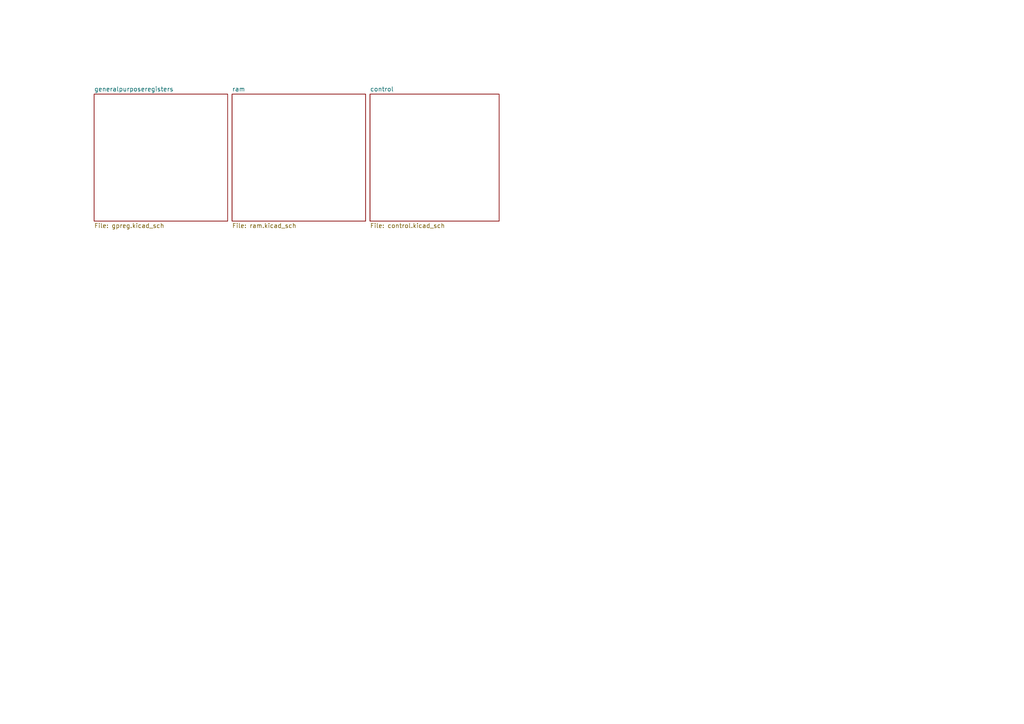
<source format=kicad_sch>
(kicad_sch (version 20211123) (generator eeschema)
  (paper "A4")
  (title_block (title "General Purpose Registers A-E") (date "2022-02-27") (company "Jacob Garby"))
  (lib_symbols)
  (sheet (at 27.305 27.305) (size 38.735 36.83) (stroke (width 0.1524))
    (property "Sheet name" "generalpurposeregisters" (at 27.305 26.5934 0) (effects (justify left bottom)))
    (property "Sheet file" "gpreg.kicad_sch" (at 27.305 64.7196 0) (effects (justify left top)))
  )
  (sheet (at 67.31 27.305) (size 38.735 36.83) (stroke (width 0.1524))
    (property "Sheet name" "ram" (at 67.31 26.5934 0) (effects (justify left bottom)))
    (property "Sheet file" "ram.kicad_sch" (at 67.31 64.7196 0) (effects (justify left top)))
  )
  (sheet (at 107.315 27.305) (size 37.465 36.83) (stroke (width 0.1524))
    (property "Sheet name" "control" (at 107.315 26.5934 0) (effects (justify left bottom)))
    (property "Sheet file" "control.kicad_sch" (at 107.315 64.7196 0) (effects (justify left top)))
  )
)
</source>
